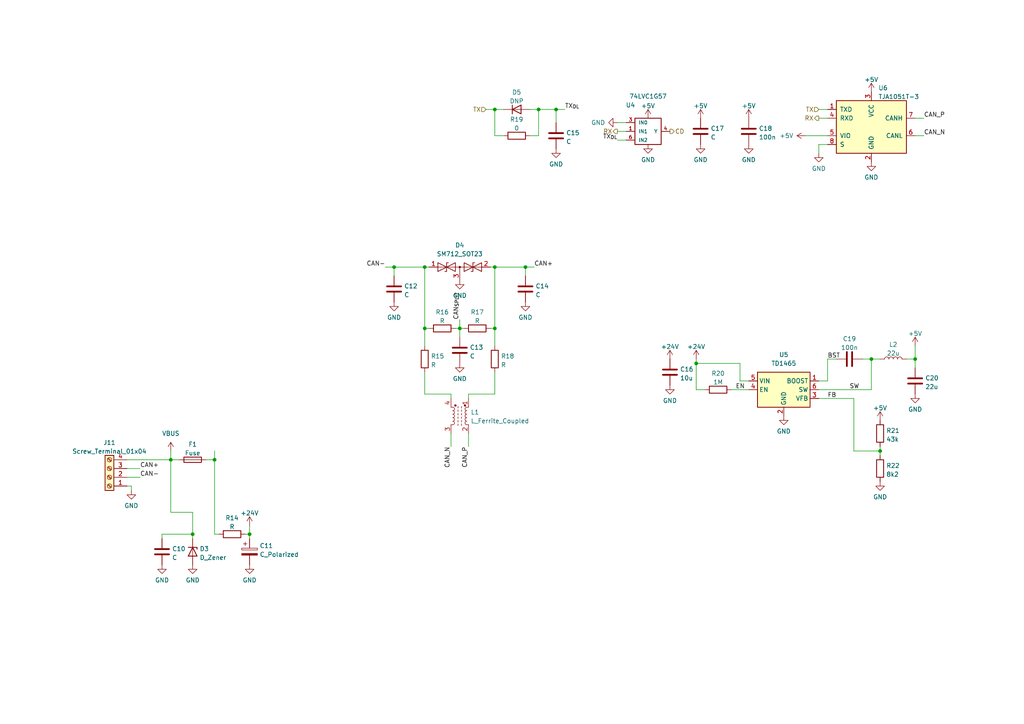
<source format=kicad_sch>
(kicad_sch (version 20230121) (generator eeschema)
  (paper "A4")
  (lib_symbols
    (symbol "74xGxx:74LVC1G57" (pin_names (offset 1.016))
      (property "Reference" "U" (at -2.54 5.08 0))
      (property "Value" "74LVC1G57" (at 0 -5.08 0))
      (symbol "74LVC1G57_0_1"
        (rectangle (start -3.81 3.81) (end 3.81 -3.81) (stroke (width 0.254)))
      )
      (symbol "74LVC1G57_1_1"
        (pin input line (at -6.35 0 0) (length 2.54) (name "IN1") (number "1"))
        (pin power_in line (at 0 -3.81 270) (length 0) hide (name "GND") (number "2"))
        (pin input line (at -6.35 2.54 0) (length 2.54) (name "IN0") (number "3"))
        (pin output line (at 6.35 0 180) (length 2.54) (name "Y") (number "4"))
        (pin power_in line (at 0 3.81 90) (length 0) hide (name "VCC") (number "5"))
        (pin input line (at -6.35 -2.54 0) (length 2.54) (name "IN2") (number "6"))
      )
    )
    (symbol "Connector:Screw_Terminal_01x04" (pin_names (offset 1.016) hide)
      (property "Reference" "J" (at 0 5.08 0))
      (property "Value" "Screw_Terminal_01x04" (at 0 -7.62 0))
      (symbol "Screw_Terminal_01x04_1_1"
        (rectangle (start -1.27 3.81) (end 1.27 -6.35) (stroke (width 0.254)) (fill (type background)))
        (circle (center 0 -5.08) (radius 0.635) (stroke (width 0.1524)))
        (circle (center 0 -2.54) (radius 0.635) (stroke (width 0.1524)))
        (polyline (pts (xy -0.5334 -4.7498) (xy 0.3302 -5.588)) (stroke (width 0.1524)))
        (polyline (pts (xy -0.5334 -2.2098) (xy 0.3302 -3.048)) (stroke (width 0.1524)))
        (polyline (pts (xy -0.5334 0.3302) (xy 0.3302 -0.508)) (stroke (width 0.1524)))
        (polyline (pts (xy -0.5334 2.8702) (xy 0.3302 2.032)) (stroke (width 0.1524)))
        (polyline (pts (xy -0.3556 -4.572) (xy 0.508 -5.4102)) (stroke (width 0.1524)))
        (polyline (pts (xy -0.3556 -2.032) (xy 0.508 -2.8702)) (stroke (width 0.1524)))
        (polyline (pts (xy -0.3556 0.508) (xy 0.508 -0.3302)) (stroke (width 0.1524)))
        (polyline (pts (xy -0.3556 3.048) (xy 0.508 2.2098)) (stroke (width 0.1524)))
        (circle (center 0 0) (radius 0.635) (stroke (width 0.1524)))
        (circle (center 0 2.54) (radius 0.635) (stroke (width 0.1524)))
        (pin passive line (at -5.08 2.54 0) (length 3.81) (name "Pin_1") (number "1"))
        (pin passive line (at -5.08 0 0) (length 3.81) (name "Pin_2") (number "2"))
        (pin passive line (at -5.08 -2.54 0) (length 3.81) (name "Pin_3") (number "3"))
        (pin passive line (at -5.08 -5.08 0) (length 3.81) (name "Pin_4") (number "4"))
      )
    )
    (symbol "Device:C" (pin_numbers hide) (pin_names (offset 0.254))
      (property "Reference" "C" (at 0.635 2.54 0))
      (property "Value" "C" (at 0.635 -2.54 0))
      (symbol "C_0_1"
        (polyline (pts (xy -2.032 -0.762) (xy 2.032 -0.762)) (stroke (width 0.508)))
        (polyline (pts (xy -2.032 0.762) (xy 2.032 0.762)) (stroke (width 0.508)))
      )
      (symbol "C_1_1"
        (pin passive line (at 0 3.81 270) (length 2.794) (name "~") (number "1"))
        (pin passive line (at 0 -3.81 90) (length 2.794) (name "~") (number "2"))
      )
    )
    (symbol "Device:C_Polarized" (pin_numbers hide) (pin_names (offset 0.254))
      (property "Reference" "C" (at 0.635 2.54 0))
      (property "Value" "C_Polarized" (at 0.635 -2.54 0))
      (symbol "C_Polarized_0_1"
        (rectangle (start -2.286 0.508) (end 2.286 1.016))
        (polyline (pts (xy -1.778 2.286) (xy -0.762 2.286)))
        (polyline (pts (xy -1.27 2.794) (xy -1.27 1.778)))
        (rectangle (start 2.286 -0.508) (end -2.286 -1.016) (fill (type outline)))
      )
      (symbol "C_Polarized_1_1"
        (pin passive line (at 0 3.81 270) (length 2.794) (name "~") (number "1"))
        (pin passive line (at 0 -3.81 90) (length 2.794) (name "~") (number "2"))
      )
    )
    (symbol "Device:D" (pin_numbers hide) (pin_names (offset 1.016) hide)
      (property "Reference" "D" (at 0 2.54 0))
      (property "Value" "D" (at 0 -2.54 0))
      (symbol "D_0_1"
        (polyline (pts (xy -1.27 1.27) (xy -1.27 -1.27)) (stroke (width 0.254)))
        (polyline (pts (xy 1.27 0) (xy -1.27 0)))
        (polyline (pts (xy 1.27 1.27) (xy 1.27 -1.27) (xy -1.27 0) (xy 1.27 1.27)) (stroke (width 0.254)))
      )
      (symbol "D_1_1"
        (pin passive line (at -3.81 0 0) (length 2.54) (name "K") (number "1"))
        (pin passive line (at 3.81 0 180) (length 2.54) (name "A") (number "2"))
      )
    )
    (symbol "Device:D_Zener" (pin_numbers hide) (pin_names (offset 1.016) hide)
      (property "Reference" "D" (at 0 2.54 0))
      (property "Value" "D_Zener" (at 0 -2.54 0))
      (symbol "D_Zener_0_1"
        (polyline (pts (xy 1.27 0) (xy -1.27 0)))
        (polyline (pts (xy -1.27 -1.27) (xy -1.27 1.27) (xy -0.762 1.27)) (stroke (width 0.254)))
        (polyline (pts (xy 1.27 -1.27) (xy 1.27 1.27) (xy -1.27 0) (xy 1.27 -1.27)) (stroke (width 0.254)))
      )
      (symbol "D_Zener_1_1"
        (pin passive line (at -3.81 0 0) (length 2.54) (name "K") (number "1"))
        (pin passive line (at 3.81 0 180) (length 2.54) (name "A") (number "2"))
      )
    )
    (symbol "Device:Fuse" (pin_numbers hide) (pin_names (offset 0))
      (property "Reference" "F" (at 2.032 0 90))
      (property "Value" "Fuse" (at -1.905 0 90))
      (symbol "Fuse_0_1"
        (rectangle (start -0.762 -2.54) (end 0.762 2.54) (stroke (width 0.254)))
        (polyline (pts (xy 0 2.54) (xy 0 -2.54)))
      )
      (symbol "Fuse_1_1"
        (pin passive line (at 0 3.81 270) (length 1.27) (name "~") (number "1"))
        (pin passive line (at 0 -3.81 90) (length 1.27) (name "~") (number "2"))
      )
    )
    (symbol "Device:L" (pin_numbers hide) (pin_names (offset 1.016) hide)
      (property "Reference" "L" (at -1.27 0 90))
      (property "Value" "L" (at 1.905 0 90))
      (symbol "L_0_1"
        (arc (start 0 -2.54) (mid 0.6323 -1.905) (end 0 -1.27))
        (arc (start 0 -1.27) (mid 0.6323 -0.635) (end 0 0))
        (arc (start 0 0) (mid 0.6323 0.635) (end 0 1.27))
        (arc (start 0 1.27) (mid 0.6323 1.905) (end 0 2.54))
      )
      (symbol "L_1_1"
        (pin passive line (at 0 3.81 270) (length 1.27) (name "1") (number "1"))
        (pin passive line (at 0 -3.81 90) (length 1.27) (name "2") (number "2"))
      )
    )
    (symbol "Device:L_Ferrite_Coupled_1243" (pin_names (offset 0.254) hide)
      (property "Reference" "L" (at 0 4.445 0))
      (property "Value" "L_Ferrite_Coupled_1243" (at 0 -4.445 0))
      (symbol "L_Ferrite_Coupled_1243_0_1"
        (circle (center -3.048 -1.27) (radius 0.254) (fill (type outline)))
        (circle (center -3.048 1.524) (radius 0.254) (fill (type outline)))
        (arc (start -2.54 2.032) (mid -2.032 1.5262) (end -1.524 2.032))
        (arc (start -1.524 -2.032) (mid -2.032 -1.5262) (end -2.54 -2.032))
        (arc (start -1.524 2.032) (mid -1.016 1.5262) (end -0.508 2.032))
        (arc (start -0.508 -2.032) (mid -1.016 -1.5262) (end -1.524 -2.032))
        (arc (start -0.508 2.032) (mid 0 1.5262) (end 0.508 2.032))
        (polyline (pts (xy -2.794 -0.508) (xy -2.286 -0.508)))
        (polyline (pts (xy -2.794 0.508) (xy -2.286 0.508)))
        (polyline (pts (xy -2.54 -2.032) (xy -2.54 -2.54)))
        (polyline (pts (xy -2.54 2.032) (xy -2.54 2.54)))
        (polyline (pts (xy -1.778 -0.508) (xy -1.27 -0.508)))
        (polyline (pts (xy -1.778 0.508) (xy -1.27 0.508)))
        (polyline (pts (xy -0.762 -0.508) (xy -0.254 -0.508)))
        (polyline (pts (xy -0.762 0.508) (xy -0.254 0.508)))
        (polyline (pts (xy 0.254 -0.508) (xy 0.762 -0.508)))
        (polyline (pts (xy 0.254 0.508) (xy 0.762 0.508)))
        (polyline (pts (xy 1.27 -0.508) (xy 1.778 -0.508)))
        (polyline (pts (xy 1.27 0.508) (xy 1.778 0.508)))
        (polyline (pts (xy 2.286 -0.508) (xy 2.794 -0.508)))
        (polyline (pts (xy 2.286 0.508) (xy 2.794 0.508)))
        (polyline (pts (xy 2.54 -2.032) (xy 2.54 -2.54)))
        (polyline (pts (xy 2.54 2.54) (xy 2.54 2.032)))
        (arc (start 0.508 -2.032) (mid 0 -1.5262) (end -0.508 -2.032))
        (arc (start 0.508 2.032) (mid 1.016 1.5262) (end 1.524 2.032))
        (arc (start 1.524 -2.032) (mid 1.016 -1.5262) (end 0.508 -2.032))
        (arc (start 1.524 2.032) (mid 2.032 1.5262) (end 2.54 2.032))
        (arc (start 2.54 -2.032) (mid 2.032 -1.5262) (end 1.524 -2.032))
      )
      (symbol "L_Ferrite_Coupled_1243_1_1"
        (pin passive line (at -5.08 2.54 0) (length 2.54) (name "1") (number "1"))
        (pin passive line (at 5.08 2.54 180) (length 2.54) (name "2") (number "2"))
        (pin passive line (at 5.08 -2.54 180) (length 2.54) (name "3") (number "3"))
        (pin passive line (at -5.08 -2.54 0) (length 2.54) (name "4") (number "4"))
      )
    )
    (symbol "Device:R" (pin_numbers hide) (pin_names (offset 0))
      (property "Reference" "R" (at 2.032 0 90))
      (property "Value" "R" (at 0 0 90))
      (symbol "R_0_1"
        (rectangle (start -1.016 -2.54) (end 1.016 2.54) (stroke (width 0.254)))
      )
      (symbol "R_1_1"
        (pin passive line (at 0 3.81 270) (length 1.27) (name "~") (number "1"))
        (pin passive line (at 0 -3.81 90) (length 1.27) (name "~") (number "2"))
      )
    )
    (symbol "Diode:SM712_SOT23" (pin_names (offset 1.016) hide)
      (property "Reference" "D" (at 0 4.445 0))
      (property "Value" "SM712_SOT23" (at 0 2.54 0))
      (symbol "SM712_SOT23_0_0"
        (polyline (pts (xy 0 -1.27) (xy 0 0)))
      )
      (symbol "SM712_SOT23_0_1"
        (polyline (pts (xy -6.35 0) (xy 6.35 0)))
        (polyline (pts (xy -3.302 1.27) (xy -3.81 1.27) (xy -3.81 -1.27) (xy -4.318 -1.27)) (stroke (width 0.2032)))
        (polyline (pts (xy 4.318 1.27) (xy 3.81 1.27) (xy 3.81 -1.27) (xy 3.302 -1.27)) (stroke (width 0.2032)))
        (polyline (pts (xy -6.35 -1.27) (xy -1.27 1.27) (xy -1.27 -1.27) (xy -6.35 1.27) (xy -6.35 -1.27)) (stroke (width 0.2032)))
        (polyline (pts (xy 1.27 -1.27) (xy 1.27 1.27) (xy 6.35 -1.27) (xy 6.35 1.27) (xy 1.27 -1.27)) (stroke (width 0.2032)))
        (circle (center 0 0) (radius 0.254) (fill (type outline)))
      )
      (symbol "SM712_SOT23_1_1"
        (pin passive line (at -8.89 0 0) (length 2.54) (name "A1") (number "1"))
        (pin passive line (at 8.89 0 180) (length 2.54) (name "A2") (number "2"))
        (pin input line (at 0 -3.81 90) (length 2.54) (name "common") (number "3"))
      )
    )
    (symbol "Interface_CAN_LIN:TJA1051T-3" (pin_names (offset 1.016))
      (property "Reference" "U" (at -10.16 8.89 0))
      (property "Value" "TJA1051T-3" (at 1.27 8.89 0))
      (symbol "TJA1051T-3_0_1"
        (rectangle (start -10.16 7.62) (end 10.16 -7.62) (stroke (width 0.254)) (fill (type background)))
      )
      (symbol "TJA1051T-3_1_1"
        (pin input line (at -12.7 5.08 0) (length 2.54) (name "TXD") (number "1"))
        (pin power_in line (at 0 -10.16 90) (length 2.54) (name "GND") (number "2"))
        (pin power_in line (at 0 10.16 270) (length 2.54) (name "VCC") (number "3"))
        (pin output line (at -12.7 2.54 0) (length 2.54) (name "RXD") (number "4"))
        (pin power_in line (at -12.7 -2.54 0) (length 2.54) (name "VIO") (number "5"))
        (pin bidirectional line (at 12.7 -2.54 180) (length 2.54) (name "CANL") (number "6"))
        (pin bidirectional line (at 12.7 2.54 180) (length 2.54) (name "CANH") (number "7"))
        (pin input line (at -12.7 -5.08 0) (length 2.54) (name "S") (number "8"))
      )
    )
    (symbol "Regulator_Switching:MCP16331CH"
      (property "Reference" "U" (at -7.874 6.35 0))
      (property "Value" "MCP16331CH" (at -2.54 6.35 0))
      (symbol "MCP16331CH_0_1"
        (rectangle (start -7.62 5.08) (end 7.62 -5.08) (stroke (width 0.254)) (fill (type background)))
      )
      (symbol "MCP16331CH_1_1"
        (pin input line (at 10.16 2.54 180) (length 2.54) (name "BOOST") (number "1"))
        (pin power_in line (at 0 -7.62 90) (length 2.54) (name "GND") (number "2"))
        (pin input line (at 10.16 -2.54 180) (length 2.54) (name "VFB") (number "3"))
        (pin input line (at -10.16 0 0) (length 2.54) (name "EN") (number "4"))
        (pin power_in line (at -10.16 2.54 0) (length 2.54) (name "VIN") (number "5"))
        (pin output line (at 10.16 0 180) (length 2.54) (name "SW") (number "6"))
      )
    )
    (symbol "power:+24V" (power) (pin_names (offset 0))
      (property "Value" "+24V" (at 0 3.556 0))
      (symbol "+24V_0_1"
        (polyline (pts (xy -0.762 1.27) (xy 0 2.54)))
        (polyline (pts (xy 0 0) (xy 0 2.54)))
        (polyline (pts (xy 0 2.54) (xy 0.762 1.27)))
      )
      (symbol "+24V_1_1"
        (pin power_in line (at 0 0 90) (length 0) hide (name "+24V") (number "1"))
      )
    )
    (symbol "power:+5V" (power) (pin_names (offset 0))
      (property "Value" "+5V" (at 0 3.556 0))
      (symbol "+5V_0_1"
        (polyline (pts (xy -0.762 1.27) (xy 0 2.54)))
        (polyline (pts (xy 0 0) (xy 0 2.54)))
        (polyline (pts (xy 0 2.54) (xy 0.762 1.27)))
      )
      (symbol "+5V_1_1"
        (pin power_in line (at 0 0 90) (length 0) hide (name "+5V") (number "1"))
      )
    )
    (symbol "power:GND" (power) (pin_names (offset 0))
      (property "Value" "GND" (at 0 -3.81 0))
      (symbol "GND_0_1"
        (polyline (pts (xy 0 0) (xy 0 -1.27) (xy 1.27 -1.27) (xy 0 -2.54) (xy -1.27 -1.27) (xy 0 -1.27)))
      )
      (symbol "GND_1_1"
        (pin power_in line (at 0 0 270) (length 0) hide (name "GND") (number "1"))
      )
    )
    (symbol "power:VBUS" (power) (pin_names (offset 0))
      (property "Value" "VBUS" (at 0 3.81 0))
      (symbol "VBUS_0_1"
        (polyline (pts (xy -0.762 1.27) (xy 0 2.54)))
        (polyline (pts (xy 0 0) (xy 0 2.54)))
        (polyline (pts (xy 0 2.54) (xy 0.762 1.27)))
      )
      (symbol "VBUS_1_1"
        (pin power_in line (at 0 0 90) (length 0) hide (name "VBUS") (number "1"))
      )
    )
  )
  (junction (at 55.88 154.94))
  (junction (at 156.21 31.75))
  (junction (at 143.51 77.47))
  (junction (at 252.73 104.14))
  (junction (at 255.27 130.81))
  (junction (at 152.4 77.47))
  (junction (at 72.39 154.94))
  (junction (at 62.23 133.35))
  (junction (at 143.51 95.25))
  (junction (at 143.51 31.75))
  (junction (at 201.93 105.41))
  (junction (at 49.53 133.35))
  (junction (at 114.3 77.47))
  (junction (at 123.19 77.47))
  (junction (at 265.43 104.14))
  (junction (at 123.19 95.25))
  (junction (at 133.35 95.25))
  (junction (at 161.29 31.75))
  (wire (pts (xy 49.53 133.35) (xy 52.07 133.35)))
  (wire (pts (xy 143.51 31.75) (xy 143.51 39.37)))
  (wire (pts (xy 49.53 148.59) (xy 49.53 133.35)))
  (wire (pts (xy 154.94 77.47) (xy 152.4 77.47)))
  (wire (pts (xy 217.17 110.49) (xy 214.63 110.49)))
  (wire (pts (xy 161.29 31.75) (xy 161.29 35.56)))
  (wire (pts (xy 59.69 133.35) (xy 62.23 133.35)))
  (wire (pts (xy 252.73 104.14) (xy 255.27 104.14)))
  (wire (pts (xy 140.97 31.75) (xy 143.51 31.75)))
  (wire (pts (xy 130.81 125.73) (xy 130.81 129.54)))
  (wire (pts (xy 130.81 114.3) (xy 123.19 114.3)))
  (wire (pts (xy 114.3 77.47) (xy 114.3 80.01)))
  (wire (pts (xy 62.23 154.94) (xy 62.23 133.35)))
  (wire (pts (xy 55.88 148.59) (xy 55.88 154.94)))
  (wire (pts (xy 237.49 110.49) (xy 240.03 110.49)))
  (wire (pts (xy 237.49 115.57) (xy 247.65 115.57)))
  (wire (pts (xy 36.83 133.35) (xy 49.53 133.35)))
  (wire (pts (xy 153.67 39.37) (xy 156.21 39.37)))
  (wire (pts (xy 237.49 34.29) (xy 240.03 34.29)))
  (wire (pts (xy 143.51 107.95) (xy 143.51 114.3)))
  (wire (pts (xy 143.51 39.37) (xy 146.05 39.37)))
  (wire (pts (xy 201.93 104.14) (xy 201.93 105.41)))
  (wire (pts (xy 63.5 154.94) (xy 62.23 154.94)))
  (wire (pts (xy 62.23 130.81) (xy 62.23 133.35)))
  (wire (pts (xy 38.1 142.24) (xy 38.1 140.97)))
  (wire (pts (xy 247.65 115.57) (xy 247.65 130.81)))
  (wire (pts (xy 114.3 77.47) (xy 123.19 77.47)))
  (wire (pts (xy 38.1 140.97) (xy 36.83 140.97)))
  (wire (pts (xy 133.35 92.71) (xy 133.35 95.25)))
  (wire (pts (xy 233.68 39.37) (xy 240.03 39.37)))
  (wire (pts (xy 265.43 104.14) (xy 262.89 104.14)))
  (wire (pts (xy 252.73 113.03) (xy 252.73 104.14)))
  (wire (pts (xy 161.29 31.75) (xy 163.83 31.75)))
  (wire (pts (xy 265.43 34.29) (xy 267.97 34.29)))
  (wire (pts (xy 46.99 154.94) (xy 46.99 156.21)))
  (wire (pts (xy 156.21 31.75) (xy 161.29 31.75)))
  (wire (pts (xy 255.27 129.54) (xy 255.27 130.81)))
  (wire (pts (xy 250.19 104.14) (xy 252.73 104.14)))
  (wire (pts (xy 265.43 100.33) (xy 265.43 104.14)))
  (wire (pts (xy 240.03 110.49) (xy 240.03 104.14)))
  (wire (pts (xy 123.19 107.95) (xy 123.19 114.3)))
  (wire (pts (xy 71.12 154.94) (xy 72.39 154.94)))
  (wire (pts (xy 152.4 77.47) (xy 152.4 80.01)))
  (wire (pts (xy 237.49 113.03) (xy 252.73 113.03)))
  (wire (pts (xy 201.93 105.41) (xy 201.93 113.03)))
  (wire (pts (xy 55.88 148.59) (xy 49.53 148.59)))
  (wire (pts (xy 214.63 105.41) (xy 201.93 105.41)))
  (wire (pts (xy 72.39 152.4) (xy 72.39 154.94)))
  (wire (pts (xy 237.49 31.75) (xy 240.03 31.75)))
  (wire (pts (xy 255.27 130.81) (xy 255.27 132.08)))
  (wire (pts (xy 123.19 77.47) (xy 123.19 95.25)))
  (wire (pts (xy 135.89 125.73) (xy 135.89 129.54)))
  (wire (pts (xy 123.19 77.47) (xy 124.46 77.47)))
  (wire (pts (xy 237.49 44.45) (xy 237.49 41.91)))
  (wire (pts (xy 201.93 113.03) (xy 204.47 113.03)))
  (wire (pts (xy 179.07 35.56) (xy 181.61 35.56)))
  (wire (pts (xy 143.51 77.47) (xy 142.24 77.47)))
  (wire (pts (xy 135.89 114.3) (xy 143.51 114.3)))
  (wire (pts (xy 214.63 110.49) (xy 214.63 105.41)))
  (wire (pts (xy 36.83 138.43) (xy 40.64 138.43)))
  (wire (pts (xy 46.99 154.94) (xy 55.88 154.94)))
  (wire (pts (xy 49.53 130.81) (xy 49.53 133.35)))
  (wire (pts (xy 133.35 95.25) (xy 134.62 95.25)))
  (wire (pts (xy 135.89 115.57) (xy 135.89 114.3)))
  (wire (pts (xy 111.76 77.47) (xy 114.3 77.47)))
  (wire (pts (xy 130.81 115.57) (xy 130.81 114.3)))
  (wire (pts (xy 123.19 95.25) (xy 123.19 100.33)))
  (wire (pts (xy 72.39 154.94) (xy 72.39 156.21)))
  (wire (pts (xy 247.65 130.81) (xy 255.27 130.81)))
  (wire (pts (xy 153.67 31.75) (xy 156.21 31.75)))
  (wire (pts (xy 240.03 104.14) (xy 242.57 104.14)))
  (wire (pts (xy 237.49 41.91) (xy 240.03 41.91)))
  (wire (pts (xy 123.19 95.25) (xy 124.46 95.25)))
  (wire (pts (xy 179.07 40.64) (xy 181.61 40.64)))
  (wire (pts (xy 265.43 39.37) (xy 267.97 39.37)))
  (wire (pts (xy 212.09 113.03) (xy 217.17 113.03)))
  (wire (pts (xy 142.24 95.25) (xy 143.51 95.25)))
  (wire (pts (xy 133.35 95.25) (xy 133.35 97.79)))
  (wire (pts (xy 156.21 39.37) (xy 156.21 31.75)))
  (wire (pts (xy 55.88 154.94) (xy 55.88 156.21)))
  (wire (pts (xy 143.51 95.25) (xy 143.51 100.33)))
  (wire (pts (xy 152.4 77.47) (xy 143.51 77.47)))
  (wire (pts (xy 265.43 104.14) (xy 265.43 106.68)))
  (wire (pts (xy 146.05 31.75) (xy 143.51 31.75)))
  (wire (pts (xy 179.07 38.1) (xy 181.61 38.1)))
  (wire (pts (xy 36.83 135.89) (xy 40.64 135.89)))
  (wire (pts (xy 143.51 77.47) (xy 143.51 95.25)))
  (wire (pts (xy 132.08 95.25) (xy 133.35 95.25)))
  (label "FB" (at 240.03 115.57 0))
  (label "CAN_P" (at 135.89 129.54 270))
  (label "CAN+" (at 40.64 135.89 0))
  (label "EN" (at 213.36 113.03 0))
  (label "CAN-" (at 111.76 77.47 180))
  (label "CAN_N" (at 267.97 39.37 0))
  (label "BST" (at 240.03 104.14 0))
  (label "CAN-" (at 40.64 138.43 0))
  (label "TX_{DL}" (at 179.07 40.64 180))
  (label "CAN+" (at 154.94 77.47 0))
  (label "CAN_P" (at 267.97 34.29 0))
  (label "CAN_{SPLIT}" (at 133.35 92.71 90))
  (label "CAN_N" (at 130.81 129.54 270))
  (label "TX_{DL}" (at 163.83 31.75 0))
  (label "SW" (at 246.38 113.03 0))
  (hierarchical_label "RX" (shape output) (at 179.07 38.1 180))
  (hierarchical_label "TX" (shape input) (at 237.49 31.75 180))
  (hierarchical_label "RX" (shape output) (at 237.49 34.29 180))
  (hierarchical_label "CD" (shape output) (at 194.31 38.1 0))
  (hierarchical_label "TX" (shape input) (at 140.97 31.75 180))
  (symbol (lib_id "Device:C") (at 161.29 39.37 0) (unit 1)
    (property "Reference" "C15" (at 164.211 38.5353 0) (effects (justify left)))
    (property "Value" "C" (at 164.211 41.0722 0) (effects (justify left)))
    (property "Footprint" "Capacitor_SMD:C_0603_1608Metric" (effects hide))
    (instances (project "knob_base" (path "" (reference "C15") (unit 1))) (project "heating_controller" (path "" (reference "C16") (unit 1))))
  )
  (symbol (lib_id "Device:C") (at 265.43 110.49 180) (unit 1)
    (property "Reference" "C20" (at 268.351 109.6553 0) (effects (justify right)))
    (property "Value" "22u" (at 268.351 112.1922 0) (effects (justify right)))
    (property "Footprint" "Capacitor_SMD:C_0805_2012Metric" (effects hide))
    (instances (project "knob_base" (path "" (reference "C20") (unit 1))) (project "heating_controller" (path "" (reference "C21") (unit 1))))
  )
  (symbol (lib_id "power:+24V") (at 201.93 104.14 0) (unit 1)
    (property "Reference" "#PWR062" (effects hide))
    (property "Value" "+24V" (at 201.93 100.5642 0))
    (instances (project "knob_base" (path "" (reference "#PWR062") (unit 1))) (project "heating_controller" (path "" (reference "#PWR0157") (unit 1))))
  )
  (symbol (lib_id "Device:L_Ferrite_Coupled_1243") (at 133.35 120.65 270) (unit 1)
    (property "Reference" "L1" (at 136.525 119.5613 90) (effects (justify left)))
    (property "Value" "L_Ferrite_Coupled" (at 136.525 122.0982 90) (effects (justify left)))
    (property "Footprint" "Inductor_SMD:L_CommonModeChoke_Coilcraft_0805USB" (effects hide))
  )
  (symbol (lib_id "power:GND") (at 255.27 139.7 0) (unit 1)
    (property "Reference" "#PWR073" (effects hide))
    (property "Value" "GND" (at 255.27 144.1434 0))
    (instances (project "knob_base" (path "" (reference "#PWR073") (unit 1))) (project "heating_controller" (path "" (reference "#PWR0160") (unit 1))))
  )
  (symbol (lib_id "power:VBUS") (at 49.53 130.81 0) (unit 1)
    (property "Reference" "#PWR01" (effects hide))
    (property "Value" "VBUS" (at 49.53 125.73 0))
  )
  (symbol (lib_id "power:GND") (at 227.33 120.65 0) (unit 1)
    (property "Reference" "#PWR067" (effects hide))
    (property "Value" "GND" (at 227.33 125.0934 0))
    (instances (project "knob_base" (path "" (reference "#PWR067") (unit 1))) (project "heating_controller" (path "" (reference "#PWR0154") (unit 1))))
  )
  (symbol (lib_id "power:GND") (at 72.39 163.83 0) (unit 1)
    (property "Reference" "#PWR051" (effects hide))
    (property "Value" "GND" (at 72.39 168.2734 0))
    (instances (project "knob_base" (path "" (reference "#PWR051") (unit 1))) (project "heating_controller" (path "" (reference "#PWR0170") (unit 1))))
  )
  (symbol (lib_id "power:GND") (at 194.31 111.76 0) (unit 1)
    (property "Reference" "#PWR061" (effects hide))
    (property "Value" "GND" (at 194.31 116.2034 0))
    (instances (project "knob_base" (path "" (reference "#PWR061") (unit 1))) (project "heating_controller" (path "" (reference "#PWR0155") (unit 1))))
  )
  (symbol (lib_id "power:GND") (at 203.2 41.91 0) (unit 1)
    (property "Reference" "#PWR064" (effects hide))
    (property "Value" "GND" (at 203.2 46.3534 0))
    (instances (project "knob_base" (path "" (reference "#PWR064") (unit 1))) (project "heating_controller" (path "" (reference "#PWR0180") (unit 1))))
  )
  (symbol (lib_id "power:GND") (at 217.17 41.91 0) (unit 1)
    (property "Reference" "#PWR066" (effects hide))
    (property "Value" "GND" (at 217.17 46.3534 0))
    (instances (project "knob_base" (path "" (reference "#PWR066") (unit 1))) (project "heating_controller" (path "" (reference "#PWR0177") (unit 1))))
  )
  (symbol (lib_id "Diode:SM712_SOT23") (at 133.35 77.47 0) (unit 1)
    (property "Reference" "D4" (at 133.35 71.12 0))
    (property "Value" "SM712_SOT23" (at 133.35 73.66 0))
    (property "Footprint" "Package_TO_SOT_SMD:SOT-23" (effects hide))
    (property "Datasheet" "https://www.littelfuse.com/~/media/electronics/datasheets/tvs_diode_arrays/littelfuse_tvs_diode_array_sm712_datasheet.pdf.pdf" (effects hide))
    (instances (project "knob_base" (path "" (reference "D4") (unit 1))) (project "heating_controller" (path "" (reference "D25") (unit 1))))
  )
  (symbol (lib_id "Device:Fuse") (at 55.88 133.35 90) (unit 1)
    (property "Reference" "F1" (at 55.88 128.8882 90))
    (property "Value" "Fuse" (at 55.88 131.4251 90))
    (property "Footprint" "Fuse:Fuse_0805_2012Metric_Pad1.15x1.40mm_HandSolder" (effects hide))
  )
  (symbol (lib_id "power:GND") (at 55.88 163.83 0) (unit 1)
    (property "Reference" "#PWR048" (effects hide))
    (property "Value" "GND" (at 55.88 168.2734 0))
    (instances (project "knob_base" (path "" (reference "#PWR048") (unit 1))) (project "heating_controller" (path "" (reference "#PWR0172") (unit 1))))
  )
  (symbol (lib_id "power:+5V") (at 187.96 34.29 0) (unit 1)
    (property "Reference" "#PWR058" (effects hide))
    (property "Value" "+5V" (at 187.96 30.7142 0))
    (instances (project "knob_base" (path "" (reference "#PWR058") (unit 1))) (project "heating_controller" (path "" (reference "#PWR0175") (unit 1))))
  )
  (symbol (lib_id "Device:C") (at 152.4 83.82 0) (unit 1)
    (property "Reference" "C14" (at 155.321 82.9853 0) (effects (justify left)))
    (property "Value" "C" (at 155.321 85.5222 0) (effects (justify left)))
    (property "Footprint" "Capacitor_SMD:C_0603_1608Metric" (effects hide))
    (instances (project "knob_base" (path "" (reference "C14") (unit 1))) (project "heating_controller" (path "" (reference "C15") (unit 1))))
  )
  (symbol (lib_id "power:+24V") (at 72.39 152.4 0) (unit 1)
    (property "Reference" "#PWR050" (effects hide))
    (property "Value" "+24V" (at 72.39 148.8242 0))
    (instances (project "knob_base" (path "" (reference "#PWR050") (unit 1))) (project "heating_controller" (path "" (reference "#PWR0169") (unit 1))))
  )
  (symbol (lib_id "power:GND") (at 38.1 142.24 0) (unit 1)
    (property "Reference" "#PWR046" (effects hide))
    (property "Value" "GND" (at 38.1 146.6834 0))
    (instances (project "knob_base" (path "" (reference "#PWR046") (unit 1))) (project "heating_controller" (path "" (reference "#PWR0168") (unit 1))))
  )
  (symbol (lib_id "power:GND") (at 133.35 105.41 0) (unit 1)
    (property "Reference" "#PWR054" (effects hide))
    (property "Value" "GND" (at 133.35 109.8534 0))
    (instances (project "knob_base" (path "" (reference "#PWR054") (unit 1))) (project "heating_controller" (path "" (reference "#PWR0164") (unit 1))))
  )
  (symbol (lib_id "Connector:Screw_Terminal_01x04") (at 31.75 138.43 180) (unit 1)
    (property "Reference" "J11" (at 31.75 128.3802 0))
    (property "Value" "Screw_Terminal_01x04" (at 31.75 130.9171 0))
    (property "Footprint" "Connector_Phoenix_MC:PhoenixContact_MCV_1,5_4-G-3.81_1x04_P3.81mm_Vertical" (effects hide))
    (instances (project "knob_base" (path "" (reference "J11") (unit 1))) (project "heating_controller" (path "" (reference "J20") (unit 1))))
  )
  (symbol (lib_id "Device:R") (at 123.19 104.14 0) (unit 1)
    (property "Reference" "R15" (at 124.968 103.3053 0) (effects (justify left)))
    (property "Value" "R" (at 124.968 105.8422 0) (effects (justify left)))
    (property "Footprint" "Resistor_SMD:R_0603_1608Metric" (effects hide))
    (instances (project "knob_base" (path "" (reference "R15") (unit 1))) (project "heating_controller" (path "" (reference "R29") (unit 1))))
  )
  (symbol (lib_id "Device:D_Zener") (at 55.88 160.02 270) (unit 1)
    (property "Reference" "D3" (at 57.912 159.1853 90) (effects (justify left)))
    (property "Value" "D_Zener" (at 57.912 161.7222 90) (effects (justify left)))
    (property "Footprint" "Diode_SMD:D_SMA" (effects hide))
    (instances (project "knob_base" (path "" (reference "D3") (unit 1))) (project "heating_controller" (path "" (reference "D24") (unit 1))))
  )
  (symbol (lib_id "Device:R") (at 128.27 95.25 90) (unit 1)
    (property "Reference" "R16" (at 128.27 90.5342 90))
    (property "Value" "R" (at 128.27 93.0711 90))
    (property "Footprint" "Resistor_SMD:R_0805_2012Metric_Pad1.20x1.40mm_HandSolder" (effects hide))
    (instances (project "knob_base" (path "" (reference "R16") (unit 1))) (project "heating_controller" (path "" (reference "R30") (unit 1))))
  )
  (symbol (lib_id "Regulator_Switching:MCP16331CH") (at 227.33 113.03 0) (unit 1)
    (property "Reference" "U5" (at 227.33 102.87 0))
    (property "Value" "TD1465" (at 227.33 105.41 0))
    (property "Footprint" "Package_TO_SOT_SMD:SOT-23-6" (effects hide))
    (property "Datasheet" "http://ww1.microchip.com/downloads/en/DeviceDoc/20005308C.pdf" (effects hide))
    (instances (project "knob_base" (path "" (reference "U5") (unit 1))) (project "heating_controller" (path "" (reference "U7") (unit 1))))
  )
  (symbol (lib_id "Device:C") (at 194.31 107.95 180) (unit 1)
    (property "Reference" "C16" (at 197.231 107.1153 0) (effects (justify right)))
    (property "Value" "10u" (at 197.231 109.6522 0) (effects (justify right)))
    (property "Footprint" "Capacitor_SMD:C_1206_3216Metric" (effects hide))
    (instances (project "knob_base" (path "" (reference "C16") (unit 1))) (project "heating_controller" (path "" (reference "C17") (unit 1))))
  )
  (symbol (lib_id "Device:L") (at 259.08 104.14 90) (unit 1)
    (property "Reference" "L2" (at 259.08 99.9322 90))
    (property "Value" "22u" (at 259.08 102.4691 90))
    (property "Footprint" "Inductor_SMD:L_1210_3225Metric" (effects hide))
  )
  (symbol (lib_id "power:GND") (at 133.35 81.28 0) (unit 1)
    (property "Reference" "#PWR053" (effects hide))
    (property "Value" "GND" (at 133.35 85.7234 0))
    (instances (project "knob_base" (path "" (reference "#PWR053") (unit 1))) (project "heating_controller" (path "" (reference "#PWR0161") (unit 1))))
  )
  (symbol (lib_id "power:+5V") (at 233.68 39.37 90) (unit 1)
    (property "Reference" "#PWR068" (effects hide))
    (property "Value" "+5V" (at 226.06 39.37 90) (effects (justify right)))
    (instances (project "knob_base" (path "" (reference "#PWR068") (unit 1))) (project "heating_controller" (path "" (reference "#PWR0181") (unit 1))))
  )
  (symbol (lib_id "Device:C_Polarized") (at 72.39 160.02 0) (unit 1)
    (property "Reference" "C11" (at 75.311 158.2963 0) (effects (justify left)))
    (property "Value" "C_Polarized" (at 75.311 160.8332 0) (effects (justify left)))
    (property "Footprint" "Capacitor_THT:CP_Radial_D6.3mm_P2.50mm" (effects hide))
    (instances (project "knob_base" (path "" (reference "C11") (unit 1))) (project "heating_controller" (path "" (reference "C12") (unit 1))))
  )
  (symbol (lib_id "Device:R") (at 255.27 135.89 0) (unit 1)
    (property "Reference" "R22" (at 257.048 135.0553 0) (effects (justify left)))
    (property "Value" "8k2" (at 257.048 137.5922 0) (effects (justify left)))
    (property "Footprint" "Resistor_SMD:R_0603_1608Metric" (effects hide))
    (instances (project "knob_base" (path "" (reference "R22") (unit 1))) (project "heating_controller" (path "" (reference "R36") (unit 1))))
  )
  (symbol (lib_id "74xGxx:74LVC1G57") (at 187.96 38.1 0) (unit 1)
    (property "Reference" "U4" (at 182.88 30.48 0))
    (property "Value" "74LVC1G57" (at 187.96 27.94 0))
    (property "Footprint" "Package_TO_SOT_SMD:SOT-563" (effects hide))
    (property "Datasheet" "http://www.ti.com/lit/sg/scyt129e/scyt129e.pdf" (effects hide))
    (instances (project "knob_base" (path "" (reference "U4") (unit 1))) (project "heating_controller" (path "" (reference "U6") (unit 1))))
  )
  (symbol (lib_id "power:GND") (at 179.07 35.56 270) (unit 1)
    (property "Reference" "#PWR057" (effects hide))
    (property "Value" "GND" (at 171.45 35.56 90) (effects (justify left)))
    (instances (project "knob_base" (path "" (reference "#PWR057") (unit 1))) (project "heating_controller" (path "" (reference "#PWR0174") (unit 1))))
  )
  (symbol (lib_id "Device:C") (at 114.3 83.82 0) (unit 1)
    (property "Reference" "C12" (at 117.221 82.9853 0) (effects (justify left)))
    (property "Value" "C" (at 117.221 85.5222 0) (effects (justify left)))
    (property "Footprint" "Capacitor_SMD:C_0603_1608Metric" (effects hide))
    (instances (project "knob_base" (path "" (reference "C12") (unit 1))) (project "heating_controller" (path "" (reference "C13") (unit 1))))
  )
  (symbol (lib_id "power:GND") (at 265.43 114.3 0) (unit 1)
    (property "Reference" "#PWR075" (effects hide))
    (property "Value" "GND" (at 265.43 118.7434 0))
    (instances (project "knob_base" (path "" (reference "#PWR075") (unit 1))) (project "heating_controller" (path "" (reference "#PWR0159") (unit 1))))
  )
  (symbol (lib_id "Device:C") (at 217.17 38.1 180) (unit 1)
    (property "Reference" "C18" (at 220.091 37.2653 0) (effects (justify right)))
    (property "Value" "100n" (at 220.091 39.8022 0) (effects (justify right)))
    (property "Footprint" "Capacitor_SMD:C_0603_1608Metric" (effects hide))
    (instances (project "knob_base" (path "" (reference "C18") (unit 1))) (project "heating_controller" (path "" (reference "C19") (unit 1))))
  )
  (symbol (lib_id "Device:R") (at 67.31 154.94 90) (unit 1)
    (property "Reference" "R14" (at 67.31 150.2242 90))
    (property "Value" "R" (at 67.31 152.7611 90))
    (property "Footprint" "Resistor_SMD:R_0805_2012Metric" (effects hide))
    (instances (project "knob_base" (path "" (reference "R14") (unit 1))) (project "heating_controller" (path "" (reference "R28") (unit 1))))
  )
  (symbol (lib_id "Device:R") (at 255.27 125.73 0) (unit 1)
    (property "Reference" "R21" (at 257.048 124.8953 0) (effects (justify left)))
    (property "Value" "43k" (at 257.048 127.4322 0) (effects (justify left)))
    (property "Footprint" "Resistor_SMD:R_0603_1608Metric" (effects hide))
    (instances (project "knob_base" (path "" (reference "R21") (unit 1))) (project "heating_controller" (path "" (reference "R35") (unit 1))))
  )
  (symbol (lib_id "Device:R") (at 143.51 104.14 0) (unit 1)
    (property "Reference" "R18" (at 145.288 103.3053 0) (effects (justify left)))
    (property "Value" "R" (at 145.288 105.8422 0) (effects (justify left)))
    (property "Footprint" "Resistor_SMD:R_0603_1608Metric" (effects hide))
    (instances (project "knob_base" (path "" (reference "R18") (unit 1))) (project "heating_controller" (path "" (reference "R32") (unit 1))))
  )
  (symbol (lib_id "Device:R") (at 149.86 39.37 270) (unit 1)
    (property "Reference" "R19" (at 149.86 34.6542 90))
    (property "Value" "0" (at 149.86 37.1911 90))
    (property "Footprint" "Resistor_SMD:R_0603_1608Metric" (effects hide))
    (instances (project "knob_base" (path "" (reference "R19") (unit 1))) (project "heating_controller" (path "" (reference "R33") (unit 1))))
  )
  (symbol (lib_id "power:GND") (at 237.49 44.45 0) (unit 1)
    (property "Reference" "#PWR069" (effects hide))
    (property "Value" "GND" (at 237.49 48.8934 0))
    (instances (project "knob_base" (path "" (reference "#PWR069") (unit 1))) (project "heating_controller" (path "" (reference "#PWR0184") (unit 1))))
  )
  (symbol (lib_id "Device:C") (at 133.35 101.6 0) (unit 1)
    (property "Reference" "C13" (at 136.271 100.7653 0) (effects (justify left)))
    (property "Value" "C" (at 136.271 103.3022 0) (effects (justify left)))
    (property "Footprint" "Capacitor_SMD:C_0805_2012Metric_Pad1.18x1.45mm_HandSolder" (effects hide))
    (instances (project "knob_base" (path "" (reference "C13") (unit 1))) (project "heating_controller" (path "" (reference "C14") (unit 1))))
  )
  (symbol (lib_id "Device:C") (at 46.99 160.02 0) (unit 1)
    (property "Reference" "C10" (at 49.911 159.1853 0) (effects (justify left)))
    (property "Value" "C" (at 49.911 161.7222 0) (effects (justify left)))
    (property "Footprint" "Capacitor_SMD:C_0603_1608Metric" (effects hide))
    (instances (project "knob_base" (path "" (reference "C10") (unit 1))) (project "heating_controller" (path "" (reference "C11") (unit 1))))
  )
  (symbol (lib_id "power:+5V") (at 217.17 34.29 0) (unit 1)
    (property "Reference" "#PWR065" (effects hide))
    (property "Value" "+5V" (at 217.17 30.7142 0))
    (instances (project "knob_base" (path "" (reference "#PWR065") (unit 1))) (project "heating_controller" (path "" (reference "#PWR0178") (unit 1))))
  )
  (symbol (lib_id "Device:C") (at 203.2 38.1 0) (unit 1)
    (property "Reference" "C17" (at 206.121 37.2653 0) (effects (justify left)))
    (property "Value" "C" (at 206.121 39.8022 0) (effects (justify left)))
    (property "Footprint" "Capacitor_SMD:C_0603_1608Metric" (effects hide))
    (instances (project "knob_base" (path "" (reference "C17") (unit 1))) (project "heating_controller" (path "" (reference "C18") (unit 1))))
  )
  (symbol (lib_id "Device:C") (at 246.38 104.14 90) (unit 1)
    (property "Reference" "C19" (at 246.38 98.2812 90))
    (property "Value" "100n" (at 246.38 100.8181 90))
    (property "Footprint" "Capacitor_SMD:C_0603_1608Metric" (effects hide))
    (instances (project "knob_base" (path "" (reference "C19") (unit 1))) (project "heating_controller" (path "" (reference "C20") (unit 1))))
  )
  (symbol (lib_id "power:+5V") (at 203.2 34.29 0) (unit 1)
    (property "Reference" "#PWR063" (effects hide))
    (property "Value" "+5V" (at 203.2 30.7142 0))
    (instances (project "knob_base" (path "" (reference "#PWR063") (unit 1))) (project "heating_controller" (path "" (reference "#PWR0179") (unit 1))))
  )
  (symbol (lib_id "Device:D") (at 149.86 31.75 0) (unit 1)
    (property "Reference" "D5" (at 149.86 26.7802 0))
    (property "Value" "DNP" (at 149.86 29.3171 0))
    (property "Footprint" "Diode_SMD:D_SOD-523" (effects hide))
    (instances (project "knob_base" (path "" (reference "D5") (unit 1))) (project "heating_controller" (path "" (reference "D26") (unit 1))))
  )
  (symbol (lib_id "Device:R") (at 208.28 113.03 270) (unit 1)
    (property "Reference" "R20" (at 208.28 108.3142 90))
    (property "Value" "1M" (at 208.28 110.8511 90))
    (property "Footprint" "Resistor_SMD:R_0603_1608Metric" (effects hide))
    (instances (project "knob_base" (path "" (reference "R20") (unit 1))) (project "heating_controller" (path "" (reference "R34") (unit 1))))
  )
  (symbol (lib_id "Device:R") (at 138.43 95.25 90) (unit 1)
    (property "Reference" "R17" (at 138.43 90.5342 90))
    (property "Value" "R" (at 138.43 93.0711 90))
    (property "Footprint" "Resistor_SMD:R_0805_2012Metric_Pad1.20x1.40mm_HandSolder" (effects hide))
    (instances (project "knob_base" (path "" (reference "R17") (unit 1))) (project "heating_controller" (path "" (reference "R31") (unit 1))))
  )
  (symbol (lib_id "power:GND") (at 161.29 43.18 0) (unit 1)
    (property "Reference" "#PWR056" (effects hide))
    (property "Value" "GND" (at 161.29 47.6234 0))
    (instances (project "knob_base" (path "" (reference "#PWR056") (unit 1))) (project "heating_controller" (path "" (reference "#PWR0173") (unit 1))))
  )
  (symbol (lib_id "Interface_CAN_LIN:TJA1051T-3") (at 252.73 36.83 0) (unit 1)
    (property "Reference" "U6" (at 254.7494 25.5102 0) (effects (justify left)))
    (property "Value" "TJA1051T-3" (at 254.7494 28.0471 0) (effects (justify left)))
    (property "Footprint" "Package_SO:SOIC-8_3.9x4.9mm_P1.27mm" (effects hide))
    (property "Datasheet" "http://www.nxp.com/documents/data_sheet/TJA1051.pdf" (effects hide))
    (instances (project "knob_base" (path "" (reference "U6") (unit 1))) (project "heating_controller" (path "" (reference "U8") (unit 1))))
  )
  (symbol (lib_id "power:GND") (at 46.99 163.83 0) (unit 1)
    (property "Reference" "#PWR047" (effects hide))
    (property "Value" "GND" (at 46.99 168.2734 0))
    (instances (project "knob_base" (path "" (reference "#PWR047") (unit 1))) (project "heating_controller" (path "" (reference "#PWR0171") (unit 1))))
  )
  (symbol (lib_id "power:+5V") (at 255.27 121.92 0) (unit 1)
    (property "Reference" "#PWR072" (effects hide))
    (property "Value" "+5V" (at 255.27 118.3442 0))
    (instances (project "knob_base" (path "" (reference "#PWR072") (unit 1))) (project "heating_controller" (path "" (reference "#PWR0153") (unit 1))))
  )
  (symbol (lib_id "power:GND") (at 114.3 87.63 0) (unit 1)
    (property "Reference" "#PWR052" (effects hide))
    (property "Value" "GND" (at 114.3 92.0734 0))
    (instances (project "knob_base" (path "" (reference "#PWR052") (unit 1))) (project "heating_controller" (path "" (reference "#PWR0162") (unit 1))))
  )
  (symbol (lib_id "power:GND") (at 187.96 41.91 0) (unit 1)
    (property "Reference" "#PWR059" (effects hide))
    (property "Value" "GND" (at 187.96 46.3534 0))
    (instances (project "knob_base" (path "" (reference "#PWR059") (unit 1))) (project "heating_controller" (path "" (reference "#PWR0176") (unit 1))))
  )
  (symbol (lib_id "power:GND") (at 152.4 87.63 0) (unit 1)
    (property "Reference" "#PWR055" (effects hide))
    (property "Value" "GND" (at 152.4 92.0734 0))
    (instances (project "knob_base" (path "" (reference "#PWR055") (unit 1))) (project "heating_controller" (path "" (reference "#PWR0163") (unit 1))))
  )
  (symbol (lib_id "power:+5V") (at 252.73 26.67 0) (unit 1)
    (property "Reference" "#PWR070" (effects hide))
    (property "Value" "+5V" (at 252.73 23.0942 0))
    (instances (project "knob_base" (path "" (reference "#PWR070") (unit 1))) (project "heating_controller" (path "" (reference "#PWR0183") (unit 1))))
  )
  (symbol (lib_id "power:+24V") (at 194.31 104.14 0) (unit 1)
    (property "Reference" "#PWR060" (effects hide))
    (property "Value" "+24V" (at 194.31 100.5642 0))
    (instances (project "knob_base" (path "" (reference "#PWR060") (unit 1))) (project "heating_controller" (path "" (reference "#PWR0156") (unit 1))))
  )
  (symbol (lib_id "power:GND") (at 252.73 46.99 0) (unit 1)
    (property "Reference" "#PWR071" (effects hide))
    (property "Value" "GND" (at 252.73 51.4334 0))
    (instances (project "knob_base" (path "" (reference "#PWR071") (unit 1))) (project "heating_controller" (path "" (reference "#PWR0182") (unit 1))))
  )
  (symbol (lib_id "power:+5V") (at 265.43 100.33 0) (unit 1)
    (property "Reference" "#PWR074" (effects hide))
    (property "Value" "+5V" (at 265.43 96.7542 0))
    (instances (project "knob_base" (path "" (reference "#PWR074") (unit 1))) (project "heating_controller" (path "" (reference "#PWR0158") (unit 1))))
  )
)
</source>
